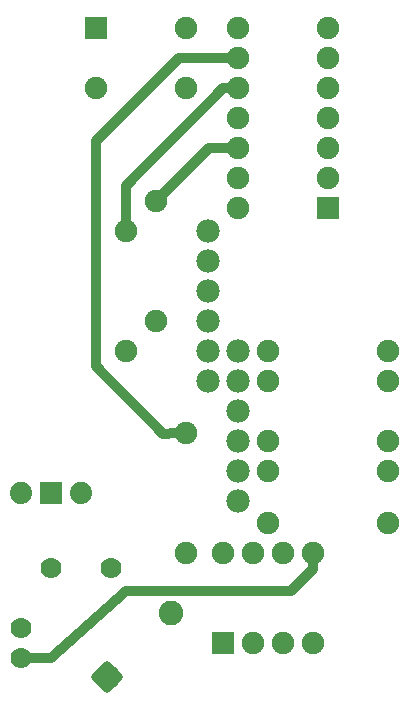
<source format=gtl>
G04 MADE WITH FRITZING*
G04 WWW.FRITZING.ORG*
G04 DOUBLE SIDED*
G04 HOLES PLATED*
G04 CONTOUR ON CENTER OF CONTOUR VECTOR*
%ASAXBY*%
%FSLAX23Y23*%
%MOIN*%
%OFA0B0*%
%SFA1.0B1.0*%
%ADD10C,0.075000*%
%ADD11C,0.078000*%
%ADD12C,0.074000*%
%ADD13C,0.070000*%
%ADD14C,0.082000*%
%ADD15R,0.075000X0.075000*%
%ADD16C,0.032000*%
%ADD17C,0.020000*%
%ADD18R,0.001000X0.001000*%
%LNCOPPER1*%
G90*
G70*
G54D10*
X366Y2233D03*
X666Y2233D03*
X366Y2033D03*
X666Y2033D03*
G54D11*
X741Y1558D03*
X741Y1458D03*
X741Y1358D03*
X741Y1258D03*
X741Y1158D03*
X741Y1058D03*
X841Y1158D03*
X841Y1058D03*
X841Y958D03*
X841Y858D03*
X841Y758D03*
X841Y658D03*
G54D10*
X566Y1658D03*
X566Y1258D03*
G54D12*
X116Y683D03*
X216Y683D03*
X316Y683D03*
X116Y683D03*
X216Y683D03*
X316Y683D03*
G54D13*
X216Y433D03*
X416Y433D03*
X116Y133D03*
X116Y233D03*
G54D10*
X791Y183D03*
X791Y483D03*
X891Y183D03*
X891Y483D03*
X991Y183D03*
X991Y483D03*
X1091Y183D03*
X1091Y483D03*
G54D14*
X405Y72D03*
X615Y283D03*
G54D10*
X941Y758D03*
X1341Y758D03*
X666Y483D03*
X666Y883D03*
X941Y583D03*
X1341Y583D03*
X1141Y1633D03*
X841Y1633D03*
X1141Y1733D03*
X841Y1733D03*
X1141Y1833D03*
X841Y1833D03*
X1141Y1933D03*
X841Y1933D03*
X1141Y2033D03*
X841Y2033D03*
X1141Y2133D03*
X841Y2133D03*
X1141Y2233D03*
X841Y2233D03*
X466Y1558D03*
X466Y1158D03*
X1341Y858D03*
X941Y858D03*
X1341Y1058D03*
X941Y1058D03*
X1341Y1158D03*
X941Y1158D03*
G54D15*
X366Y2233D03*
X791Y183D03*
X1141Y1633D03*
G54D16*
X791Y2034D02*
X465Y1708D01*
D02*
X465Y1708D02*
X466Y1592D01*
D02*
X807Y2133D02*
X643Y2134D01*
D02*
X807Y2034D02*
X791Y2034D01*
D02*
X743Y1834D02*
X590Y1682D01*
D02*
X807Y1833D02*
X743Y1834D01*
D02*
X591Y882D02*
X632Y883D01*
D02*
X643Y2134D02*
X365Y1856D01*
D02*
X365Y1856D02*
X365Y1108D01*
D02*
X365Y1108D02*
X591Y882D01*
D02*
X216Y133D02*
X147Y133D01*
D02*
X466Y358D02*
X216Y133D01*
D02*
X1091Y432D02*
X1017Y358D01*
D02*
X1017Y358D02*
X466Y358D01*
D02*
X1091Y449D02*
X1091Y432D01*
G54D17*
X404Y115D02*
X448Y71D01*
X404Y27D01*
X360Y71D01*
X404Y115D01*
D02*
G54D18*
X179Y720D02*
X252Y720D01*
X179Y719D02*
X252Y719D01*
X179Y718D02*
X252Y718D01*
X179Y717D02*
X252Y717D01*
X179Y716D02*
X252Y716D01*
X179Y715D02*
X252Y715D01*
X179Y714D02*
X252Y714D01*
X179Y713D02*
X252Y713D01*
X179Y712D02*
X252Y712D01*
X179Y711D02*
X252Y711D01*
X179Y710D02*
X252Y710D01*
X179Y709D02*
X252Y709D01*
X179Y708D02*
X252Y708D01*
X179Y707D02*
X252Y707D01*
X179Y706D02*
X252Y706D01*
X179Y705D02*
X252Y705D01*
X179Y704D02*
X252Y704D01*
X179Y703D02*
X214Y703D01*
X216Y703D02*
X252Y703D01*
X179Y702D02*
X208Y702D01*
X222Y702D02*
X252Y702D01*
X179Y701D02*
X206Y701D01*
X224Y701D02*
X252Y701D01*
X179Y700D02*
X204Y700D01*
X226Y700D02*
X252Y700D01*
X179Y699D02*
X203Y699D01*
X227Y699D02*
X252Y699D01*
X179Y698D02*
X202Y698D01*
X229Y698D02*
X252Y698D01*
X179Y697D02*
X200Y697D01*
X230Y697D02*
X252Y697D01*
X179Y696D02*
X200Y696D01*
X231Y696D02*
X252Y696D01*
X179Y695D02*
X199Y695D01*
X231Y695D02*
X252Y695D01*
X179Y694D02*
X198Y694D01*
X232Y694D02*
X252Y694D01*
X179Y693D02*
X198Y693D01*
X233Y693D02*
X252Y693D01*
X179Y692D02*
X197Y692D01*
X233Y692D02*
X252Y692D01*
X179Y691D02*
X197Y691D01*
X234Y691D02*
X252Y691D01*
X179Y690D02*
X196Y690D01*
X234Y690D02*
X252Y690D01*
X179Y689D02*
X196Y689D01*
X234Y689D02*
X252Y689D01*
X179Y688D02*
X196Y688D01*
X235Y688D02*
X252Y688D01*
X179Y687D02*
X195Y687D01*
X235Y687D02*
X252Y687D01*
X179Y686D02*
X195Y686D01*
X235Y686D02*
X252Y686D01*
X179Y685D02*
X195Y685D01*
X235Y685D02*
X252Y685D01*
X179Y684D02*
X195Y684D01*
X235Y684D02*
X252Y684D01*
X179Y683D02*
X195Y683D01*
X235Y683D02*
X252Y683D01*
X179Y682D02*
X195Y682D01*
X235Y682D02*
X252Y682D01*
X179Y681D02*
X195Y681D01*
X235Y681D02*
X252Y681D01*
X179Y680D02*
X195Y680D01*
X235Y680D02*
X252Y680D01*
X179Y679D02*
X195Y679D01*
X235Y679D02*
X252Y679D01*
X179Y678D02*
X196Y678D01*
X234Y678D02*
X252Y678D01*
X179Y677D02*
X196Y677D01*
X234Y677D02*
X252Y677D01*
X179Y676D02*
X196Y676D01*
X234Y676D02*
X252Y676D01*
X179Y675D02*
X197Y675D01*
X233Y675D02*
X252Y675D01*
X179Y674D02*
X197Y674D01*
X233Y674D02*
X252Y674D01*
X179Y673D02*
X198Y673D01*
X232Y673D02*
X252Y673D01*
X179Y672D02*
X199Y672D01*
X232Y672D02*
X252Y672D01*
X179Y671D02*
X199Y671D01*
X231Y671D02*
X252Y671D01*
X179Y670D02*
X200Y670D01*
X230Y670D02*
X252Y670D01*
X179Y669D02*
X201Y669D01*
X229Y669D02*
X252Y669D01*
X179Y668D02*
X203Y668D01*
X228Y668D02*
X252Y668D01*
X179Y667D02*
X204Y667D01*
X226Y667D02*
X252Y667D01*
X179Y666D02*
X206Y666D01*
X225Y666D02*
X252Y666D01*
X179Y665D02*
X208Y665D01*
X222Y665D02*
X252Y665D01*
X179Y664D02*
X212Y664D01*
X218Y664D02*
X252Y664D01*
X179Y663D02*
X252Y663D01*
X179Y662D02*
X252Y662D01*
X179Y661D02*
X252Y661D01*
X179Y660D02*
X252Y660D01*
X179Y659D02*
X252Y659D01*
X179Y658D02*
X252Y658D01*
X179Y657D02*
X252Y657D01*
X179Y656D02*
X252Y656D01*
X179Y655D02*
X252Y655D01*
X179Y654D02*
X252Y654D01*
X179Y653D02*
X252Y653D01*
X179Y652D02*
X252Y652D01*
X179Y651D02*
X252Y651D01*
X179Y650D02*
X252Y650D01*
X179Y649D02*
X252Y649D01*
X179Y648D02*
X252Y648D01*
X179Y647D02*
X252Y647D01*
D02*
G04 End of Copper1*
M02*
</source>
